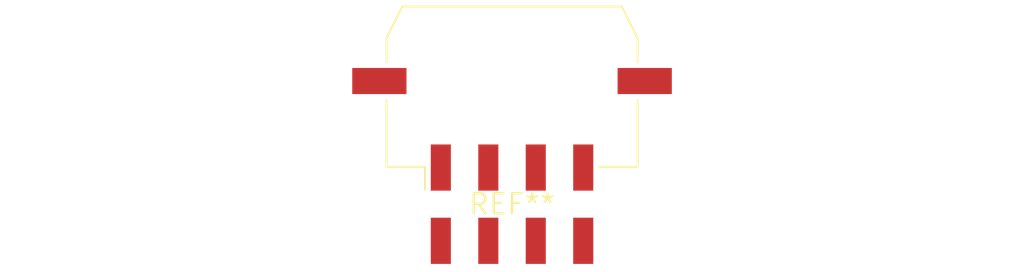
<source format=kicad_pcb>
(kicad_pcb (version 20240108) (generator pcbnew)
  (layers (0 "F.Cu" signal) (31 "B.Cu" signal) (34 "B.Paste" user) (35 "F.Paste" user) (36 "B.SilkS" user "B.Silkscreen") (37 "F.SilkS" user "F.Silkscreen") (38 "B.Mask" user) (39 "F.Mask" user) (44 "Edge.Cuts" user))
  (net 0 "")
  (footprint "Molex_Micro-Fit_3.0_43045-0810_2x04-1MP_P3.00mm_Horizontal" (layer "F.Cu") (at 0 0)
    (property "Reference" "REF**")
    (property "Value" "Molex_Micro-Fit_3.0_43045-0810_2x04-1MP_P3.00mm_Horizontal")
    (fp_line (start -7.935 -10.495) (end -7.935 -8.98) (layer "F.SilkS") (stroke (width 0.12)))
    (fp_line (start -7.935 -6.59) (end -7.935 -2.365) (layer "F.SilkS") (stroke (width 0.12)))
    (fp_line (start -7.935 -2.365) (end -5.505 -2.365) (layer "F.SilkS") (stroke (width 0.12)))
    (fp_line (start -6.935 -12.495) (end -7.935 -10.495) (layer "F.SilkS") (stroke (width 0.12)))
    (fp_line (start -5.505 -2.365) (end -5.505 -0.905) (layer "F.SilkS") (stroke (width 0.12)))
    (fp_line (start 0 -12.495) (end -6.935 -12.495) (layer "F.SilkS") (stroke (width 0.12)))
    (fp_line (start 0 -12.495) (end 6.935 -12.495) (layer "F.SilkS") (stroke (width 0.12)))
    (fp_line (start 6.935 -12.495) (end 7.935 -10.495) (layer "F.SilkS") (stroke (width 0.12)))
    (fp_line (start 7.935 -10.495) (end 7.935 -8.98) (layer "F.SilkS") (stroke (width 0.12)))
    (fp_line (start 7.935 -6.59) (end 7.935 -2.365) (layer "F.SilkS") (stroke (width 0.12)))
    (fp_line (start 7.935 -2.365) (end 5.505 -2.365) (layer "F.SilkS") (stroke (width 0.12)))
    (pad "1" smd rect (at -4.5 -2.315) (size 1.27 2.92) (layers "F.Cu" "F.Paste" "F.Mask"))
    (pad "2" smd rect (at -1.5 -2.315) (size 1.27 2.92) (layers "F.Cu" "F.Paste" "F.Mask"))
    (pad "3" smd rect (at 1.5 -2.315) (size 1.27 2.92) (layers "F.Cu" "F.Paste" "F.Mask"))
    (pad "4" smd rect (at 4.5 -2.315) (size 1.27 2.92) (layers "F.Cu" "F.Paste" "F.Mask"))
    (pad "5" smd rect (at -4.5 2.315) (size 1.27 2.92) (layers "F.Cu" "F.Paste" "F.Mask"))
    (pad "6" smd rect (at -1.5 2.315) (size 1.27 2.92) (layers "F.Cu" "F.Paste" "F.Mask"))
    (pad "7" smd rect (at 1.5 2.315) (size 1.27 2.92) (layers "F.Cu" "F.Paste" "F.Mask"))
    (pad "8" smd rect (at 4.5 2.315) (size 1.27 2.92) (layers "F.Cu" "F.Paste" "F.Mask"))
    (pad "MP" smd rect (at -8.385 -7.785) (size 3.43 1.65) (layers "F.Cu" "F.Paste" "F.Mask"))
    (pad "MP" smd rect (at 8.385 -7.785) (size 3.43 1.65) (layers "F.Cu" "F.Paste" "F.Mask"))
  )
)
</source>
